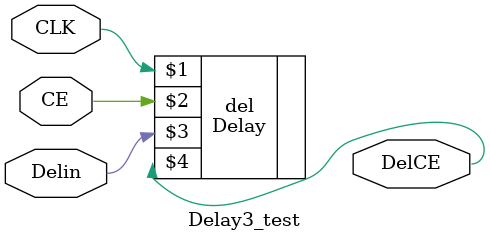
<source format=v>
`timescale 1ns / 1ps


module Delay3_test(CLK, CE, Delin, DelCE);

    input CLK;
    input CE;
    input Delin;
    output DelCE;
    
    Delay #(3) del (CLK, CE, Delin, DelCE);
    
endmodule

</source>
